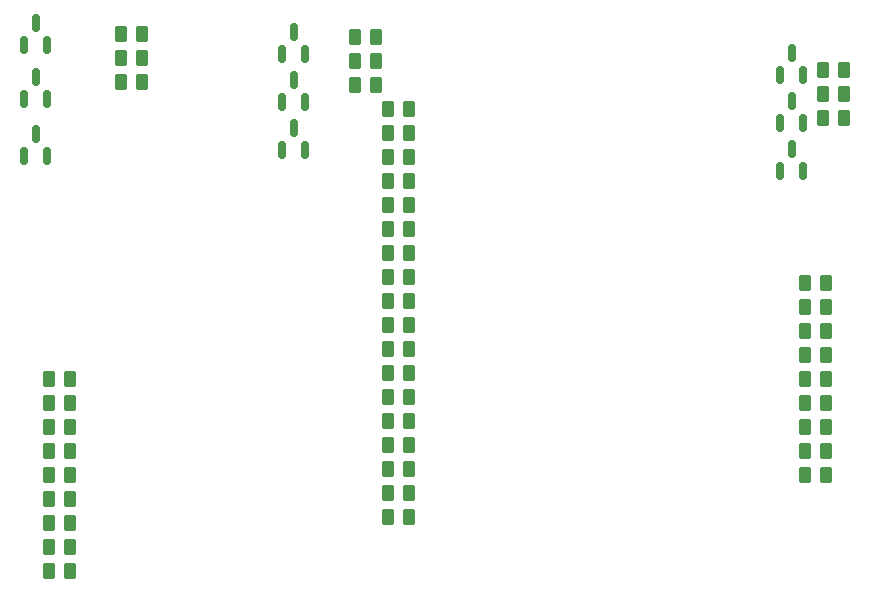
<source format=gbr>
%TF.GenerationSoftware,KiCad,Pcbnew,(6.0.7)*%
%TF.CreationDate,2023-03-18T11:43:07+08:00*%
%TF.ProjectId,LED driver,4c454420-6472-4697-9665-722e6b696361,rev?*%
%TF.SameCoordinates,Original*%
%TF.FileFunction,Paste,Top*%
%TF.FilePolarity,Positive*%
%FSLAX46Y46*%
G04 Gerber Fmt 4.6, Leading zero omitted, Abs format (unit mm)*
G04 Created by KiCad (PCBNEW (6.0.7)) date 2023-03-18 11:43:07*
%MOMM*%
%LPD*%
G01*
G04 APERTURE LIST*
G04 Aperture macros list*
%AMRoundRect*
0 Rectangle with rounded corners*
0 $1 Rounding radius*
0 $2 $3 $4 $5 $6 $7 $8 $9 X,Y pos of 4 corners*
0 Add a 4 corners polygon primitive as box body*
4,1,4,$2,$3,$4,$5,$6,$7,$8,$9,$2,$3,0*
0 Add four circle primitives for the rounded corners*
1,1,$1+$1,$2,$3*
1,1,$1+$1,$4,$5*
1,1,$1+$1,$6,$7*
1,1,$1+$1,$8,$9*
0 Add four rect primitives between the rounded corners*
20,1,$1+$1,$2,$3,$4,$5,0*
20,1,$1+$1,$4,$5,$6,$7,0*
20,1,$1+$1,$6,$7,$8,$9,0*
20,1,$1+$1,$8,$9,$2,$3,0*%
G04 Aperture macros list end*
%ADD10RoundRect,0.250000X-0.262500X-0.450000X0.262500X-0.450000X0.262500X0.450000X-0.262500X0.450000X0*%
%ADD11RoundRect,0.150000X0.150000X-0.587500X0.150000X0.587500X-0.150000X0.587500X-0.150000X-0.587500X0*%
%ADD12RoundRect,0.250000X0.262500X0.450000X-0.262500X0.450000X-0.262500X-0.450000X0.262500X-0.450000X0*%
G04 APERTURE END LIST*
D10*
%TO.C,R7*%
X161901500Y-102362000D03*
X163726500Y-102362000D03*
%TD*%
D11*
%TO.C,Q1*%
X159832000Y-88821500D03*
X161732000Y-88821500D03*
X160782000Y-86946500D03*
%TD*%
%TO.C,Q8*%
X95824000Y-82725500D03*
X97724000Y-82725500D03*
X96774000Y-80850500D03*
%TD*%
D10*
%TO.C,R10*%
X161901500Y-114554000D03*
X163726500Y-114554000D03*
%TD*%
%TO.C,R32*%
X126595500Y-116078000D03*
X128420500Y-116078000D03*
%TD*%
D11*
%TO.C,Q7*%
X95824000Y-87551500D03*
X97724000Y-87551500D03*
X96774000Y-85676500D03*
%TD*%
D10*
%TO.C,R20*%
X126595500Y-97790000D03*
X128420500Y-97790000D03*
%TD*%
%TO.C,R5*%
X161901500Y-106426000D03*
X163726500Y-106426000D03*
%TD*%
%TO.C,R17*%
X126595500Y-91694000D03*
X128420500Y-91694000D03*
%TD*%
D11*
%TO.C,Q9*%
X95824000Y-78153500D03*
X97724000Y-78153500D03*
X96774000Y-76278500D03*
%TD*%
D12*
%TO.C,R1*%
X165250500Y-84328000D03*
X163425500Y-84328000D03*
%TD*%
D10*
%TO.C,R4*%
X161901500Y-108458000D03*
X163726500Y-108458000D03*
%TD*%
%TO.C,R41*%
X97893500Y-114554000D03*
X99718500Y-114554000D03*
%TD*%
%TO.C,R9*%
X161901500Y-98298000D03*
X163726500Y-98298000D03*
%TD*%
%TO.C,R27*%
X126595500Y-101854000D03*
X128420500Y-101854000D03*
%TD*%
D12*
%TO.C,R2*%
X165250500Y-82296000D03*
X163425500Y-82296000D03*
%TD*%
D10*
%TO.C,R40*%
X97893500Y-116586000D03*
X99718500Y-116586000D03*
%TD*%
%TO.C,R26*%
X126595500Y-103886000D03*
X128420500Y-103886000D03*
%TD*%
D12*
%TO.C,R3*%
X165250500Y-80264000D03*
X163425500Y-80264000D03*
%TD*%
%TO.C,R35*%
X105814500Y-79248000D03*
X103989500Y-79248000D03*
%TD*%
D11*
%TO.C,Q6*%
X117668000Y-78915500D03*
X119568000Y-78915500D03*
X118618000Y-77040500D03*
%TD*%
D10*
%TO.C,R44*%
X97893500Y-108458000D03*
X99718500Y-108458000D03*
%TD*%
%TO.C,R14*%
X126595500Y-85598000D03*
X128420500Y-85598000D03*
%TD*%
%TO.C,R25*%
X126595500Y-105918000D03*
X128420500Y-105918000D03*
%TD*%
%TO.C,R12*%
X161901500Y-110490000D03*
X163726500Y-110490000D03*
%TD*%
%TO.C,R43*%
X97893500Y-110490000D03*
X99718500Y-110490000D03*
%TD*%
%TO.C,R42*%
X97893500Y-112522000D03*
X99718500Y-112522000D03*
%TD*%
%TO.C,R21*%
X126595500Y-99822000D03*
X128420500Y-99822000D03*
%TD*%
D11*
%TO.C,Q4*%
X117668000Y-87043500D03*
X119568000Y-87043500D03*
X118618000Y-85168500D03*
%TD*%
D10*
%TO.C,R11*%
X161901500Y-112522000D03*
X163726500Y-112522000D03*
%TD*%
%TO.C,R45*%
X97893500Y-106426000D03*
X99718500Y-106426000D03*
%TD*%
%TO.C,R33*%
X126595500Y-114046000D03*
X128420500Y-114046000D03*
%TD*%
%TO.C,R16*%
X126595500Y-89662000D03*
X128420500Y-89662000D03*
%TD*%
D12*
%TO.C,R23*%
X125626500Y-79502000D03*
X123801500Y-79502000D03*
%TD*%
D10*
%TO.C,R6*%
X161901500Y-104394000D03*
X163726500Y-104394000D03*
%TD*%
%TO.C,R31*%
X126595500Y-118110000D03*
X128420500Y-118110000D03*
%TD*%
D12*
%TO.C,R34*%
X105814500Y-81280000D03*
X103989500Y-81280000D03*
%TD*%
D10*
%TO.C,R28*%
X126595500Y-112014000D03*
X128420500Y-112014000D03*
%TD*%
D11*
%TO.C,Q2*%
X159832000Y-84757500D03*
X161732000Y-84757500D03*
X160782000Y-82882500D03*
%TD*%
D10*
%TO.C,R18*%
X126595500Y-93726000D03*
X128420500Y-93726000D03*
%TD*%
D12*
%TO.C,R36*%
X105814500Y-77216000D03*
X103989500Y-77216000D03*
%TD*%
D11*
%TO.C,Q5*%
X117668000Y-82979500D03*
X119568000Y-82979500D03*
X118618000Y-81104500D03*
%TD*%
D10*
%TO.C,R38*%
X97893500Y-120650000D03*
X99718500Y-120650000D03*
%TD*%
%TO.C,R15*%
X126595500Y-87630000D03*
X128420500Y-87630000D03*
%TD*%
D11*
%TO.C,Q3*%
X159832000Y-80693500D03*
X161732000Y-80693500D03*
X160782000Y-78818500D03*
%TD*%
D10*
%TO.C,R8*%
X161901500Y-100330000D03*
X163726500Y-100330000D03*
%TD*%
%TO.C,R30*%
X126595500Y-107950000D03*
X128420500Y-107950000D03*
%TD*%
%TO.C,R39*%
X97893500Y-118618000D03*
X99718500Y-118618000D03*
%TD*%
D12*
%TO.C,R24*%
X125626500Y-77470000D03*
X123801500Y-77470000D03*
%TD*%
D10*
%TO.C,R29*%
X126595500Y-109982000D03*
X128420500Y-109982000D03*
%TD*%
D12*
%TO.C,R22*%
X125626500Y-81534000D03*
X123801500Y-81534000D03*
%TD*%
D10*
%TO.C,R37*%
X97893500Y-122682000D03*
X99718500Y-122682000D03*
%TD*%
%TO.C,R13*%
X126595500Y-83566000D03*
X128420500Y-83566000D03*
%TD*%
%TO.C,R19*%
X126595500Y-95758000D03*
X128420500Y-95758000D03*
%TD*%
M02*

</source>
